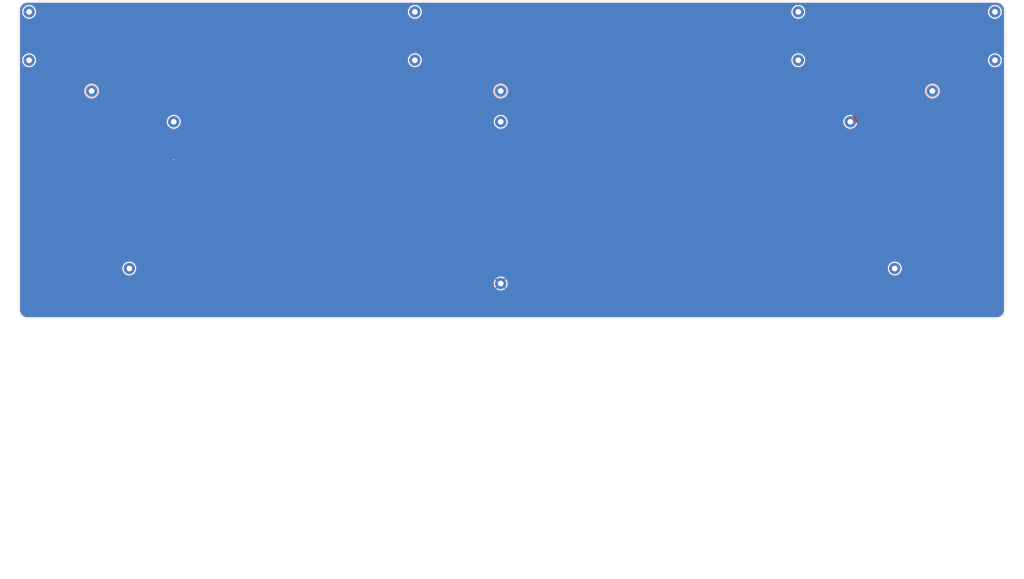
<source format=kicad_pcb>
(kicad_pcb (version 20211014) (generator pcbnew)
  (layers (0 "F.Cu" signal) (31 "B.Cu" signal) (34 "B.Paste" user) (35 "F.Paste" user) (36 "B.SilkS" user "B.Silkscreen") (37 "F.SilkS" user "F.Silkscreen") (38 "B.Mask" user) (39 "F.Mask" user) (44 "Edge.Cuts" user))
  (net 0 "")
  (net 1 "GND")
  (footprint "MountingHole:MountingHole_2.2mm_M2_Pad" (layer "F.Cu") (at 23.630312 80.44475)
    (fp_text reference "REF**")
    (fp_text value "MountingHole_2.2mm_M2_Pad")
  )
  (footprint "MountingHole:MountingHole_2.2mm_M2_Pad" (layer "F.Cu") (at 23.630312 61.69475)
    (fp_text reference "REF**")
    (fp_text value "MountingHole_2.2mm_M2_Pad")
  )
  (footprint "MountingHole:MountingHole_2.2mm_M2_Pad" (layer "F.Cu") (at 397.578048 61.69475)
    (fp_text reference "REF**")
    (fp_text value "MountingHole_2.2mm_M2_Pad")
  )
  (footprint "MountingHole:MountingHole_2.2mm_M2_Pad" (layer "F.Cu") (at 397.578048 80.44475)
    (fp_text reference "REF**")
    (fp_text value "MountingHole_2.2mm_M2_Pad")
  )
  (footprint "MountingHole:MountingHole_2.2mm_M2_Pad" (layer "F.Cu") (at 62.429818 161.14696)
    (fp_text reference "REF**")
    (fp_text value "MountingHole_2.2mm_M2_Pad")
  )
  (footprint "MountingHole:MountingHole_2.2mm_M2_Pad" (layer "F.Cu") (at 358.778542 161.14696)
    (fp_text reference "REF**")
    (fp_text value "MountingHole_2.2mm_M2_Pad")
  )
  (footprint "MountingHole:MountingHole_2.2mm_M2_Pad" (layer "F.Cu") (at 79.618653 104.302994)
    (fp_text reference "REF**")
    (fp_text value "MountingHole_2.2mm_M2_Pad")
  )
  (footprint "MountingHole:MountingHole_2.2mm_M2_Pad" (layer "F.Cu") (at 341.589707 104.302994)
    (fp_text reference "REF**")
    (fp_text value "MountingHole_2.2mm_M2_Pad")
  )
  (footprint "MountingHole:MountingHole_2.2mm_M2_Pad" (layer "F.Cu") (at 206.213345 104.302994)
    (fp_text reference "REF**")
    (fp_text value "MountingHole_2.2mm_M2_Pad")
  )
  (footprint "MountingHole:MountingHole_2.2mm_M2_Pad" (layer "F.Cu") (at 321.438048 80.44475)
    (fp_text reference "REF**")
    (fp_text value "MountingHole_2.2mm_M2_Pad")
  )
  (footprint "MountingHole:MountingHole_2.2mm_M2_Pad" (layer "F.Cu") (at 321.438048 61.69475)
    (fp_text reference "REF**")
    (fp_text value "MountingHole_2.2mm_M2_Pad")
  )
  (footprint "MountingHole:MountingHole_2.2mm_M2_Pad" (layer "F.Cu") (at 206.213345 166.95811)
    (fp_text reference "H1")
    (fp_text value "MountingHole_Pad")
  )
  (footprint "MountingHole:MountingHole_2.2mm_M2_Pad" (layer "F.Cu") (at 373.371108 92.373872)
    (fp_text reference "REF**")
    (fp_text value "MountingHole_2.2mm_M2_Pad")
  )
  (footprint "MountingHole:MountingHole_2.2mm_M2_Pad" (layer "F.Cu") (at 47.837252 92.373872)
    (fp_text reference "REF**")
    (fp_text value "MountingHole_2.2mm_M2_Pad")
  )
  (footprint "MountingHole:MountingHole_2.2mm_M2_Pad" (layer "F.Cu") (at 206.213345 92.373872)
    (fp_text reference "REF**")
    (fp_text value "MountingHole_2.2mm_M2_Pad")
  )
  (footprint "logos:DISCIPLINE_LARGE_COPPER" (layer "F.Cu") (at 209.828345 118.773484)
    (fp_text reference "G***" hide)
    (fp_text value "LOGO" hide)
  )
  (footprint "logos:TOPY 3MM COPPER" (layer "F.Cu") (at 334.067779 133.92912 180)
    (fp_text reference "G***" hide)
    (fp_text value "LOGO" hide)
  )
  (footprint "logos:TOPY 3MM MASK" (layer "F.Cu") (at 334.067779 133.92912 180)
    (fp_text reference "G***" hide)
    (fp_text value "LOGO" hide)
  )
  (footprint "logos:coseyfannitutti_16mm" (layer "F.Cu") (at 343.681679 132.48132)
    (fp_text reference "G***" hide)
    (fp_text value "LOGO" hide)
  )
  (footprint "logos:coseyfannitutti_rev1_16mm_copper" (layer "F.Cu") (at 343.681679 132.48132)
    (fp_text reference "G***" hide)
    (fp_text value "LOGO" hide)
  )
  (footprint "MountingHole:MountingHole_2.2mm_M2_Pad" (layer "F.Cu") (at 172.991085 61.69475)
    (fp_text reference "REF**")
    (fp_text value "MountingHole_2.2mm_M2_Pad")
  )
  (footprint "MountingHole:MountingHole_2.2mm_M2_Pad" (layer "F.Cu") (at 172.991085 80.44475)
    (fp_text reference "REF**")
    (fp_text value "MountingHole_2.2mm_M2_Pad")
  )
  (gr_circle (center 373.371108 92.373872) (end 376.091696 92.373872) (layer "B.SilkS") (width 0.5) (fill none))
  (gr_circle (center 47.837252 92.373872) (end 50.55784 92.373872) (layer "B.SilkS") (width 0.5) (fill none))
  (gr_circle (center 206.213345 92.373872) (end 208.933933 92.373872) (layer "B.SilkS") (width 0.5) (fill none))
  (gr_arc (start 22.940371 180.502218) (mid 20.601048 179.535724) (end 19.630312 177.198159) (layer "Edge.Cuts") (width 0.15))
  (gr_arc (start 401.578048 177.19516) (mid 400.609433 179.533604) (end 398.270989 180.502219) (layer "Edge.Cuts") (width 0.15))
  (gr_arc (start 398.270989 57.69475) (mid 400.609433 58.663365) (end 401.578048 61.001809) (layer "Edge.Cuts") (width 0.15))
  (gr_line (start 19.630312 177.198159) (end 19.630312 61.001809) (layer "Edge.Cuts") (width 0.15))
  (gr_line (start 398.270989 180.502219) (end 22.937371 180.502219) (layer "Edge.Cuts") (width 0.15))
  (gr_line (start 401.578048 61.001809) (end 401.578048 177.19516) (layer "Edge.Cuts") (width 0.15))
  (gr_arc (start 19.630312 61.001809) (mid 20.598927 58.663365) (end 22.937371 57.69475) (layer "Edge.Cuts") (width 0.15))
  (gr_line (start 22.937371 57.69475) (end 398.270989 57.69475) (layer "Edge.Cuts") (width 0.15))
  (via (at 79.61783 119.0244) (size 0.8) (drill 0.4) (layers "F.Cu" "B.Cu") (net 1))
  (zone (net 1) (net_name "GND") (layer "F.Cu") (connect_pads (clearance 0.508)) (min_thickness 0.254) (fill yes (thermal_gap 0.508) (thermal_bridge_width 0.508))
    (polygon (pts (xy 402.240054 57.244962) (xy 402.113054 181.108062) (xy 19.040546 181.176022) (xy 19.002446 57.147822) (xy 53.2511 57.1119)))
  )
  (zone (net 1) (net_name "GND") (layer "B.Cu") (connect_pads (clearance 0.508)) (min_thickness 0.254) (fill yes (thermal_gap 0.508) (thermal_bridge_width 0.508))
    (polygon (pts (xy 402.237492 57.2323) (xy 402.110492 181.0954) (xy 19.044502 181.163308) (xy 19.006402 57.135108) (xy 53.213 57.0992)))
  )
)
</source>
